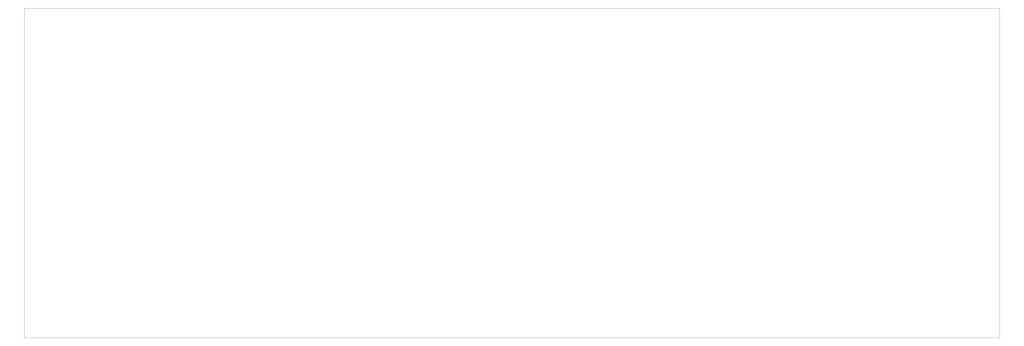
<source format=gbr>
%TF.GenerationSoftware,KiCad,Pcbnew,9.0.3*%
%TF.CreationDate,2025-08-10T17:49:02+02:00*%
%TF.ProjectId,Lucenox,4c756365-6e6f-4782-9e6b-696361645f70,rev?*%
%TF.SameCoordinates,Original*%
%TF.FileFunction,Profile,NP*%
%FSLAX46Y46*%
G04 Gerber Fmt 4.6, Leading zero omitted, Abs format (unit mm)*
G04 Created by KiCad (PCBNEW 9.0.3) date 2025-08-10 17:49:02*
%MOMM*%
%LPD*%
G01*
G04 APERTURE LIST*
%TA.AperFunction,Profile*%
%ADD10C,0.050000*%
%TD*%
G04 APERTURE END LIST*
D10*
X395000000Y-155250000D02*
X46500000Y-155250000D01*
X46500000Y-93500000D01*
X46500000Y-91250000D01*
X46500000Y-37250000D01*
X395000000Y-37250000D01*
X395000000Y-155250000D01*
M02*

</source>
